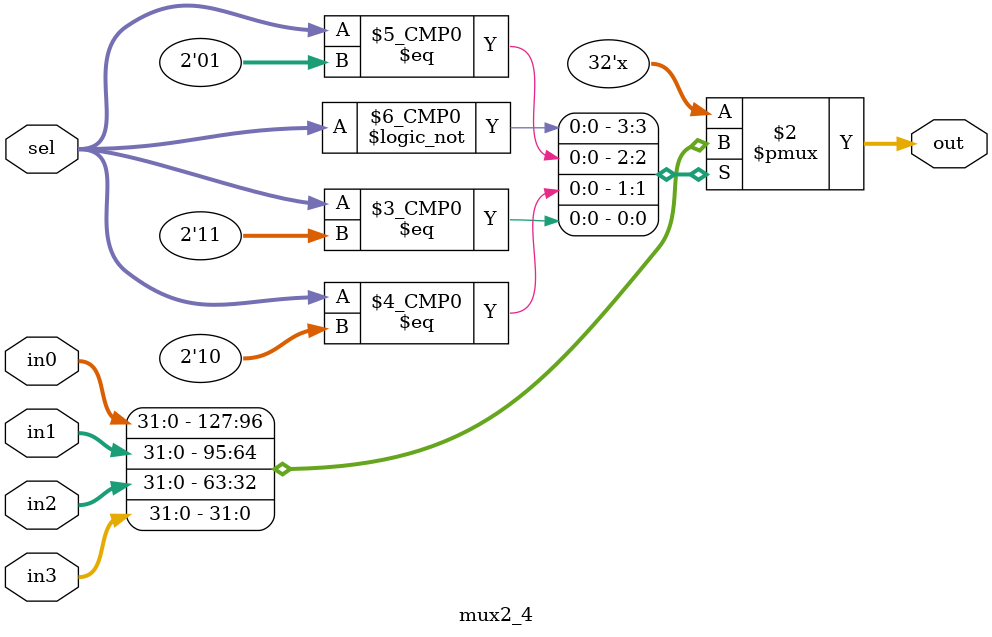
<source format=v>
module mux2_4 #(parameter BIT_WIDTH = 32)
(
  input      [1:0]           sel,
  input      [BIT_WIDTH-1:0] in0,
  input      [BIT_WIDTH-1:0] in1,
  input      [BIT_WIDTH-1:0] in2,
  input      [BIT_WIDTH-1:0] in3,
  output reg [BIT_WIDTH-1:0] out 
);
always @(*) begin
  case (sel)
    2'b00: out = in0;
    2'b01: out = in1;
    2'b10: out = in2;
    2'b11: out = in3;
    default : out = 0;
  endcase
end
endmodule
</source>
